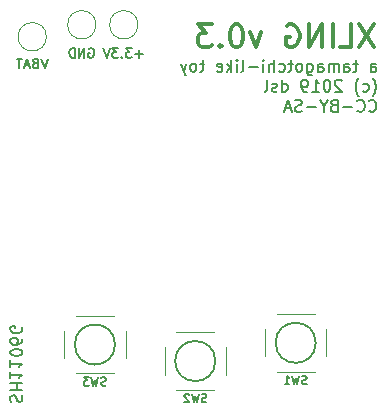
<source format=gbo>
G04 #@! TF.GenerationSoftware,KiCad,Pcbnew,5.0.2+dfsg1-1*
G04 #@! TF.CreationDate,2019-09-05T11:37:23+02:00*
G04 #@! TF.ProjectId,xling,786c696e-672e-46b6-9963-61645f706362,0.3*
G04 #@! TF.SameCoordinates,Original*
G04 #@! TF.FileFunction,Legend,Bot*
G04 #@! TF.FilePolarity,Positive*
%FSLAX46Y46*%
G04 Gerber Fmt 4.6, Leading zero omitted, Abs format (unit mm)*
G04 Created by KiCad (PCBNEW 5.0.2+dfsg1-1) date Thu 05 Sep 2019 11:37:23 CEST*
%MOMM*%
%LPD*%
G01*
G04 APERTURE LIST*
%ADD10C,0.200000*%
%ADD11C,0.350000*%
%ADD12C,0.150000*%
%ADD13C,0.120000*%
G04 APERTURE END LIST*
D10*
X57194285Y-51250904D02*
X56927619Y-52050904D01*
X56660952Y-51250904D01*
X56127619Y-51631857D02*
X56013333Y-51669952D01*
X55975238Y-51708047D01*
X55937142Y-51784238D01*
X55937142Y-51898523D01*
X55975238Y-51974714D01*
X56013333Y-52012809D01*
X56089523Y-52050904D01*
X56394285Y-52050904D01*
X56394285Y-51250904D01*
X56127619Y-51250904D01*
X56051428Y-51289000D01*
X56013333Y-51327095D01*
X55975238Y-51403285D01*
X55975238Y-51479476D01*
X56013333Y-51555666D01*
X56051428Y-51593761D01*
X56127619Y-51631857D01*
X56394285Y-51631857D01*
X55632380Y-51822333D02*
X55251428Y-51822333D01*
X55708571Y-52050904D02*
X55441904Y-51250904D01*
X55175238Y-52050904D01*
X55022857Y-51250904D02*
X54565714Y-51250904D01*
X54794285Y-52050904D02*
X54794285Y-51250904D01*
X60680523Y-50400000D02*
X60756714Y-50361904D01*
X60871000Y-50361904D01*
X60985285Y-50400000D01*
X61061476Y-50476190D01*
X61099571Y-50552380D01*
X61137666Y-50704761D01*
X61137666Y-50819047D01*
X61099571Y-50971428D01*
X61061476Y-51047619D01*
X60985285Y-51123809D01*
X60871000Y-51161904D01*
X60794809Y-51161904D01*
X60680523Y-51123809D01*
X60642428Y-51085714D01*
X60642428Y-50819047D01*
X60794809Y-50819047D01*
X60299571Y-51161904D02*
X60299571Y-50361904D01*
X59842428Y-51161904D01*
X59842428Y-50361904D01*
X59461476Y-51161904D02*
X59461476Y-50361904D01*
X59271000Y-50361904D01*
X59156714Y-50400000D01*
X59080523Y-50476190D01*
X59042428Y-50552380D01*
X59004333Y-50704761D01*
X59004333Y-50819047D01*
X59042428Y-50971428D01*
X59080523Y-51047619D01*
X59156714Y-51123809D01*
X59271000Y-51161904D01*
X59461476Y-51161904D01*
X65227000Y-50857142D02*
X64617476Y-50857142D01*
X64922238Y-51161904D02*
X64922238Y-50552380D01*
X64312714Y-50361904D02*
X63817476Y-50361904D01*
X64084142Y-50666666D01*
X63969857Y-50666666D01*
X63893666Y-50704761D01*
X63855571Y-50742857D01*
X63817476Y-50819047D01*
X63817476Y-51009523D01*
X63855571Y-51085714D01*
X63893666Y-51123809D01*
X63969857Y-51161904D01*
X64198428Y-51161904D01*
X64274619Y-51123809D01*
X64312714Y-51085714D01*
X63474619Y-51085714D02*
X63436523Y-51123809D01*
X63474619Y-51161904D01*
X63512714Y-51123809D01*
X63474619Y-51085714D01*
X63474619Y-51161904D01*
X63169857Y-50361904D02*
X62674619Y-50361904D01*
X62941285Y-50666666D01*
X62827000Y-50666666D01*
X62750809Y-50704761D01*
X62712714Y-50742857D01*
X62674619Y-50819047D01*
X62674619Y-51009523D01*
X62712714Y-51085714D01*
X62750809Y-51123809D01*
X62827000Y-51161904D01*
X63055571Y-51161904D01*
X63131761Y-51123809D01*
X63169857Y-51085714D01*
X62446047Y-50361904D02*
X62179380Y-51161904D01*
X61912714Y-50361904D01*
X54078238Y-80324523D02*
X54030619Y-80181666D01*
X54030619Y-79943571D01*
X54078238Y-79848333D01*
X54125857Y-79800714D01*
X54221095Y-79753095D01*
X54316333Y-79753095D01*
X54411571Y-79800714D01*
X54459190Y-79848333D01*
X54506809Y-79943571D01*
X54554428Y-80134047D01*
X54602047Y-80229285D01*
X54649666Y-80276904D01*
X54744904Y-80324523D01*
X54840142Y-80324523D01*
X54935380Y-80276904D01*
X54983000Y-80229285D01*
X55030619Y-80134047D01*
X55030619Y-79895952D01*
X54983000Y-79753095D01*
X54030619Y-79324523D02*
X55030619Y-79324523D01*
X54554428Y-79324523D02*
X54554428Y-78753095D01*
X54030619Y-78753095D02*
X55030619Y-78753095D01*
X54030619Y-77753095D02*
X54030619Y-78324523D01*
X54030619Y-78038809D02*
X55030619Y-78038809D01*
X54887761Y-78134047D01*
X54792523Y-78229285D01*
X54744904Y-78324523D01*
X54030619Y-76800714D02*
X54030619Y-77372142D01*
X54030619Y-77086428D02*
X55030619Y-77086428D01*
X54887761Y-77181666D01*
X54792523Y-77276904D01*
X54744904Y-77372142D01*
X55030619Y-76181666D02*
X55030619Y-76086428D01*
X54983000Y-75991190D01*
X54935380Y-75943571D01*
X54840142Y-75895952D01*
X54649666Y-75848333D01*
X54411571Y-75848333D01*
X54221095Y-75895952D01*
X54125857Y-75943571D01*
X54078238Y-75991190D01*
X54030619Y-76086428D01*
X54030619Y-76181666D01*
X54078238Y-76276904D01*
X54125857Y-76324523D01*
X54221095Y-76372142D01*
X54411571Y-76419761D01*
X54649666Y-76419761D01*
X54840142Y-76372142D01*
X54935380Y-76324523D01*
X54983000Y-76276904D01*
X55030619Y-76181666D01*
X55030619Y-74991190D02*
X55030619Y-75181666D01*
X54983000Y-75276904D01*
X54935380Y-75324523D01*
X54792523Y-75419761D01*
X54602047Y-75467380D01*
X54221095Y-75467380D01*
X54125857Y-75419761D01*
X54078238Y-75372142D01*
X54030619Y-75276904D01*
X54030619Y-75086428D01*
X54078238Y-74991190D01*
X54125857Y-74943571D01*
X54221095Y-74895952D01*
X54459190Y-74895952D01*
X54554428Y-74943571D01*
X54602047Y-74991190D01*
X54649666Y-75086428D01*
X54649666Y-75276904D01*
X54602047Y-75372142D01*
X54554428Y-75419761D01*
X54459190Y-75467380D01*
X54983000Y-73943571D02*
X55030619Y-74038809D01*
X55030619Y-74181666D01*
X54983000Y-74324523D01*
X54887761Y-74419761D01*
X54792523Y-74467380D01*
X54602047Y-74515000D01*
X54459190Y-74515000D01*
X54268714Y-74467380D01*
X54173476Y-74419761D01*
X54078238Y-74324523D01*
X54030619Y-74181666D01*
X54030619Y-74086428D01*
X54078238Y-73943571D01*
X54125857Y-73895952D01*
X54459190Y-73895952D01*
X54459190Y-74086428D01*
X84547333Y-52346380D02*
X84547333Y-51822571D01*
X84594952Y-51727333D01*
X84690190Y-51679714D01*
X84880666Y-51679714D01*
X84975904Y-51727333D01*
X84547333Y-52298761D02*
X84642571Y-52346380D01*
X84880666Y-52346380D01*
X84975904Y-52298761D01*
X85023523Y-52203523D01*
X85023523Y-52108285D01*
X84975904Y-52013047D01*
X84880666Y-51965428D01*
X84642571Y-51965428D01*
X84547333Y-51917809D01*
X83452095Y-51679714D02*
X83071142Y-51679714D01*
X83309238Y-51346380D02*
X83309238Y-52203523D01*
X83261619Y-52298761D01*
X83166380Y-52346380D01*
X83071142Y-52346380D01*
X82309238Y-52346380D02*
X82309238Y-51822571D01*
X82356857Y-51727333D01*
X82452095Y-51679714D01*
X82642571Y-51679714D01*
X82737809Y-51727333D01*
X82309238Y-52298761D02*
X82404476Y-52346380D01*
X82642571Y-52346380D01*
X82737809Y-52298761D01*
X82785428Y-52203523D01*
X82785428Y-52108285D01*
X82737809Y-52013047D01*
X82642571Y-51965428D01*
X82404476Y-51965428D01*
X82309238Y-51917809D01*
X81833047Y-52346380D02*
X81833047Y-51679714D01*
X81833047Y-51774952D02*
X81785428Y-51727333D01*
X81690190Y-51679714D01*
X81547333Y-51679714D01*
X81452095Y-51727333D01*
X81404476Y-51822571D01*
X81404476Y-52346380D01*
X81404476Y-51822571D02*
X81356857Y-51727333D01*
X81261619Y-51679714D01*
X81118761Y-51679714D01*
X81023523Y-51727333D01*
X80975904Y-51822571D01*
X80975904Y-52346380D01*
X80071142Y-52346380D02*
X80071142Y-51822571D01*
X80118761Y-51727333D01*
X80214000Y-51679714D01*
X80404476Y-51679714D01*
X80499714Y-51727333D01*
X80071142Y-52298761D02*
X80166380Y-52346380D01*
X80404476Y-52346380D01*
X80499714Y-52298761D01*
X80547333Y-52203523D01*
X80547333Y-52108285D01*
X80499714Y-52013047D01*
X80404476Y-51965428D01*
X80166380Y-51965428D01*
X80071142Y-51917809D01*
X79166380Y-51679714D02*
X79166380Y-52489238D01*
X79214000Y-52584476D01*
X79261619Y-52632095D01*
X79356857Y-52679714D01*
X79499714Y-52679714D01*
X79594952Y-52632095D01*
X79166380Y-52298761D02*
X79261619Y-52346380D01*
X79452095Y-52346380D01*
X79547333Y-52298761D01*
X79594952Y-52251142D01*
X79642571Y-52155904D01*
X79642571Y-51870190D01*
X79594952Y-51774952D01*
X79547333Y-51727333D01*
X79452095Y-51679714D01*
X79261619Y-51679714D01*
X79166380Y-51727333D01*
X78547333Y-52346380D02*
X78642571Y-52298761D01*
X78690190Y-52251142D01*
X78737809Y-52155904D01*
X78737809Y-51870190D01*
X78690190Y-51774952D01*
X78642571Y-51727333D01*
X78547333Y-51679714D01*
X78404476Y-51679714D01*
X78309238Y-51727333D01*
X78261619Y-51774952D01*
X78214000Y-51870190D01*
X78214000Y-52155904D01*
X78261619Y-52251142D01*
X78309238Y-52298761D01*
X78404476Y-52346380D01*
X78547333Y-52346380D01*
X77928285Y-51679714D02*
X77547333Y-51679714D01*
X77785428Y-51346380D02*
X77785428Y-52203523D01*
X77737809Y-52298761D01*
X77642571Y-52346380D01*
X77547333Y-52346380D01*
X76785428Y-52298761D02*
X76880666Y-52346380D01*
X77071142Y-52346380D01*
X77166380Y-52298761D01*
X77214000Y-52251142D01*
X77261619Y-52155904D01*
X77261619Y-51870190D01*
X77214000Y-51774952D01*
X77166380Y-51727333D01*
X77071142Y-51679714D01*
X76880666Y-51679714D01*
X76785428Y-51727333D01*
X76356857Y-52346380D02*
X76356857Y-51346380D01*
X75928285Y-52346380D02*
X75928285Y-51822571D01*
X75975904Y-51727333D01*
X76071142Y-51679714D01*
X76214000Y-51679714D01*
X76309238Y-51727333D01*
X76356857Y-51774952D01*
X75452095Y-52346380D02*
X75452095Y-51679714D01*
X75452095Y-51346380D02*
X75499714Y-51394000D01*
X75452095Y-51441619D01*
X75404476Y-51394000D01*
X75452095Y-51346380D01*
X75452095Y-51441619D01*
X74975904Y-51965428D02*
X74214000Y-51965428D01*
X73594952Y-52346380D02*
X73690190Y-52298761D01*
X73737809Y-52203523D01*
X73737809Y-51346380D01*
X73214000Y-52346380D02*
X73214000Y-51679714D01*
X73214000Y-51346380D02*
X73261619Y-51394000D01*
X73214000Y-51441619D01*
X73166380Y-51394000D01*
X73214000Y-51346380D01*
X73214000Y-51441619D01*
X72737809Y-52346380D02*
X72737809Y-51346380D01*
X72642571Y-51965428D02*
X72356857Y-52346380D01*
X72356857Y-51679714D02*
X72737809Y-52060666D01*
X71547333Y-52298761D02*
X71642571Y-52346380D01*
X71833047Y-52346380D01*
X71928285Y-52298761D01*
X71975904Y-52203523D01*
X71975904Y-51822571D01*
X71928285Y-51727333D01*
X71833047Y-51679714D01*
X71642571Y-51679714D01*
X71547333Y-51727333D01*
X71499714Y-51822571D01*
X71499714Y-51917809D01*
X71975904Y-52013047D01*
X70452095Y-51679714D02*
X70071142Y-51679714D01*
X70309238Y-51346380D02*
X70309238Y-52203523D01*
X70261619Y-52298761D01*
X70166380Y-52346380D01*
X70071142Y-52346380D01*
X69594952Y-52346380D02*
X69690190Y-52298761D01*
X69737809Y-52251142D01*
X69785428Y-52155904D01*
X69785428Y-51870190D01*
X69737809Y-51774952D01*
X69690190Y-51727333D01*
X69594952Y-51679714D01*
X69452095Y-51679714D01*
X69356857Y-51727333D01*
X69309238Y-51774952D01*
X69261619Y-51870190D01*
X69261619Y-52155904D01*
X69309238Y-52251142D01*
X69356857Y-52298761D01*
X69452095Y-52346380D01*
X69594952Y-52346380D01*
X68928285Y-51679714D02*
X68690190Y-52346380D01*
X68452095Y-51679714D02*
X68690190Y-52346380D01*
X68785428Y-52584476D01*
X68833047Y-52632095D01*
X68928285Y-52679714D01*
X84690190Y-54427333D02*
X84737809Y-54379714D01*
X84833047Y-54236857D01*
X84880666Y-54141619D01*
X84928285Y-53998761D01*
X84975904Y-53760666D01*
X84975904Y-53570190D01*
X84928285Y-53332095D01*
X84880666Y-53189238D01*
X84833047Y-53094000D01*
X84737809Y-52951142D01*
X84690190Y-52903523D01*
X83880666Y-53998761D02*
X83975904Y-54046380D01*
X84166380Y-54046380D01*
X84261619Y-53998761D01*
X84309238Y-53951142D01*
X84356857Y-53855904D01*
X84356857Y-53570190D01*
X84309238Y-53474952D01*
X84261619Y-53427333D01*
X84166380Y-53379714D01*
X83975904Y-53379714D01*
X83880666Y-53427333D01*
X83547333Y-54427333D02*
X83499714Y-54379714D01*
X83404476Y-54236857D01*
X83356857Y-54141619D01*
X83309238Y-53998761D01*
X83261619Y-53760666D01*
X83261619Y-53570190D01*
X83309238Y-53332095D01*
X83356857Y-53189238D01*
X83404476Y-53094000D01*
X83499714Y-52951142D01*
X83547333Y-52903523D01*
X82071142Y-53141619D02*
X82023523Y-53094000D01*
X81928285Y-53046380D01*
X81690190Y-53046380D01*
X81594952Y-53094000D01*
X81547333Y-53141619D01*
X81499714Y-53236857D01*
X81499714Y-53332095D01*
X81547333Y-53474952D01*
X82118761Y-54046380D01*
X81499714Y-54046380D01*
X80880666Y-53046380D02*
X80785428Y-53046380D01*
X80690190Y-53094000D01*
X80642571Y-53141619D01*
X80594952Y-53236857D01*
X80547333Y-53427333D01*
X80547333Y-53665428D01*
X80594952Y-53855904D01*
X80642571Y-53951142D01*
X80690190Y-53998761D01*
X80785428Y-54046380D01*
X80880666Y-54046380D01*
X80975904Y-53998761D01*
X81023523Y-53951142D01*
X81071142Y-53855904D01*
X81118761Y-53665428D01*
X81118761Y-53427333D01*
X81071142Y-53236857D01*
X81023523Y-53141619D01*
X80975904Y-53094000D01*
X80880666Y-53046380D01*
X79594952Y-54046380D02*
X80166380Y-54046380D01*
X79880666Y-54046380D02*
X79880666Y-53046380D01*
X79975904Y-53189238D01*
X80071142Y-53284476D01*
X80166380Y-53332095D01*
X79118761Y-54046380D02*
X78928285Y-54046380D01*
X78833047Y-53998761D01*
X78785428Y-53951142D01*
X78690190Y-53808285D01*
X78642571Y-53617809D01*
X78642571Y-53236857D01*
X78690190Y-53141619D01*
X78737809Y-53094000D01*
X78833047Y-53046380D01*
X79023523Y-53046380D01*
X79118761Y-53094000D01*
X79166380Y-53141619D01*
X79214000Y-53236857D01*
X79214000Y-53474952D01*
X79166380Y-53570190D01*
X79118761Y-53617809D01*
X79023523Y-53665428D01*
X78833047Y-53665428D01*
X78737809Y-53617809D01*
X78690190Y-53570190D01*
X78642571Y-53474952D01*
X77023523Y-54046380D02*
X77023523Y-53046380D01*
X77023523Y-53998761D02*
X77118761Y-54046380D01*
X77309238Y-54046380D01*
X77404476Y-53998761D01*
X77452095Y-53951142D01*
X77499714Y-53855904D01*
X77499714Y-53570190D01*
X77452095Y-53474952D01*
X77404476Y-53427333D01*
X77309238Y-53379714D01*
X77118761Y-53379714D01*
X77023523Y-53427333D01*
X76594952Y-53998761D02*
X76499714Y-54046380D01*
X76309238Y-54046380D01*
X76214000Y-53998761D01*
X76166380Y-53903523D01*
X76166380Y-53855904D01*
X76214000Y-53760666D01*
X76309238Y-53713047D01*
X76452095Y-53713047D01*
X76547333Y-53665428D01*
X76594952Y-53570190D01*
X76594952Y-53522571D01*
X76547333Y-53427333D01*
X76452095Y-53379714D01*
X76309238Y-53379714D01*
X76214000Y-53427333D01*
X75594952Y-54046380D02*
X75690190Y-53998761D01*
X75737809Y-53903523D01*
X75737809Y-53046380D01*
X84404476Y-55651142D02*
X84452095Y-55698761D01*
X84594952Y-55746380D01*
X84690190Y-55746380D01*
X84833047Y-55698761D01*
X84928285Y-55603523D01*
X84975904Y-55508285D01*
X85023523Y-55317809D01*
X85023523Y-55174952D01*
X84975904Y-54984476D01*
X84928285Y-54889238D01*
X84833047Y-54794000D01*
X84690190Y-54746380D01*
X84594952Y-54746380D01*
X84452095Y-54794000D01*
X84404476Y-54841619D01*
X83404476Y-55651142D02*
X83452095Y-55698761D01*
X83594952Y-55746380D01*
X83690190Y-55746380D01*
X83833047Y-55698761D01*
X83928285Y-55603523D01*
X83975904Y-55508285D01*
X84023523Y-55317809D01*
X84023523Y-55174952D01*
X83975904Y-54984476D01*
X83928285Y-54889238D01*
X83833047Y-54794000D01*
X83690190Y-54746380D01*
X83594952Y-54746380D01*
X83452095Y-54794000D01*
X83404476Y-54841619D01*
X82975904Y-55365428D02*
X82214000Y-55365428D01*
X81404476Y-55222571D02*
X81261619Y-55270190D01*
X81214000Y-55317809D01*
X81166380Y-55413047D01*
X81166380Y-55555904D01*
X81214000Y-55651142D01*
X81261619Y-55698761D01*
X81356857Y-55746380D01*
X81737809Y-55746380D01*
X81737809Y-54746380D01*
X81404476Y-54746380D01*
X81309238Y-54794000D01*
X81261619Y-54841619D01*
X81214000Y-54936857D01*
X81214000Y-55032095D01*
X81261619Y-55127333D01*
X81309238Y-55174952D01*
X81404476Y-55222571D01*
X81737809Y-55222571D01*
X80547333Y-55270190D02*
X80547333Y-55746380D01*
X80880666Y-54746380D02*
X80547333Y-55270190D01*
X80214000Y-54746380D01*
X79880666Y-55365428D02*
X79118761Y-55365428D01*
X78690190Y-55698761D02*
X78547333Y-55746380D01*
X78309238Y-55746380D01*
X78214000Y-55698761D01*
X78166380Y-55651142D01*
X78118761Y-55555904D01*
X78118761Y-55460666D01*
X78166380Y-55365428D01*
X78214000Y-55317809D01*
X78309238Y-55270190D01*
X78499714Y-55222571D01*
X78594952Y-55174952D01*
X78642571Y-55127333D01*
X78690190Y-55032095D01*
X78690190Y-54936857D01*
X78642571Y-54841619D01*
X78594952Y-54794000D01*
X78499714Y-54746380D01*
X78261619Y-54746380D01*
X78118761Y-54794000D01*
X77737809Y-55460666D02*
X77261619Y-55460666D01*
X77833047Y-55746380D02*
X77499714Y-54746380D01*
X77166380Y-55746380D01*
D11*
X84845071Y-48362523D02*
X83578404Y-50262523D01*
X83578404Y-48362523D02*
X84845071Y-50262523D01*
X81949833Y-50262523D02*
X82854595Y-50262523D01*
X82854595Y-48362523D01*
X81316500Y-50262523D02*
X81316500Y-48362523D01*
X80411738Y-50262523D02*
X80411738Y-48362523D01*
X79326023Y-50262523D01*
X79326023Y-48362523D01*
X77426023Y-48453000D02*
X77606976Y-48362523D01*
X77878404Y-48362523D01*
X78149833Y-48453000D01*
X78330785Y-48633952D01*
X78421261Y-48814904D01*
X78511738Y-49176809D01*
X78511738Y-49448238D01*
X78421261Y-49810142D01*
X78330785Y-49991095D01*
X78149833Y-50172047D01*
X77878404Y-50262523D01*
X77697452Y-50262523D01*
X77426023Y-50172047D01*
X77335547Y-50081571D01*
X77335547Y-49448238D01*
X77697452Y-49448238D01*
X75254595Y-48995857D02*
X74802214Y-50262523D01*
X74349833Y-48995857D01*
X73264119Y-48362523D02*
X73083166Y-48362523D01*
X72902214Y-48453000D01*
X72811738Y-48543476D01*
X72721261Y-48724428D01*
X72630785Y-49086333D01*
X72630785Y-49538714D01*
X72721261Y-49900619D01*
X72811738Y-50081571D01*
X72902214Y-50172047D01*
X73083166Y-50262523D01*
X73264119Y-50262523D01*
X73445071Y-50172047D01*
X73535547Y-50081571D01*
X73626023Y-49900619D01*
X73716500Y-49538714D01*
X73716500Y-49086333D01*
X73626023Y-48724428D01*
X73535547Y-48543476D01*
X73445071Y-48453000D01*
X73264119Y-48362523D01*
X71816500Y-50081571D02*
X71726023Y-50172047D01*
X71816500Y-50262523D01*
X71906976Y-50172047D01*
X71816500Y-50081571D01*
X71816500Y-50262523D01*
X71092690Y-48362523D02*
X69916500Y-48362523D01*
X70549833Y-49086333D01*
X70278404Y-49086333D01*
X70097452Y-49176809D01*
X70006976Y-49267285D01*
X69916500Y-49448238D01*
X69916500Y-49900619D01*
X70006976Y-50081571D01*
X70097452Y-50172047D01*
X70278404Y-50262523D01*
X70821261Y-50262523D01*
X71002214Y-50172047D01*
X71092690Y-50081571D01*
D12*
G04 #@! TO.C,SW1*
X79882000Y-75310000D02*
G75*
G03X79882000Y-75310000I-1700000J0D01*
G01*
D13*
X76582000Y-72860000D02*
X79782000Y-72860000D01*
X76582000Y-77760000D02*
X79782000Y-77760000D01*
X80782000Y-76460000D02*
X80782000Y-74160000D01*
X75582000Y-76460000D02*
X75582000Y-74160000D01*
D12*
G04 #@! TO.C,SW2*
X71382000Y-76860000D02*
G75*
G03X71382000Y-76860000I-1700000J0D01*
G01*
D13*
X68082000Y-74410000D02*
X71282000Y-74410000D01*
X68082000Y-79310000D02*
X71282000Y-79310000D01*
X72282000Y-78010000D02*
X72282000Y-75710000D01*
X67082000Y-78010000D02*
X67082000Y-75710000D01*
D12*
G04 #@! TO.C,SW3*
X62882000Y-75460000D02*
G75*
G03X62882000Y-75460000I-1700000J0D01*
G01*
D13*
X59582000Y-73010000D02*
X62782000Y-73010000D01*
X59582000Y-77910000D02*
X62782000Y-77910000D01*
X63782000Y-76610000D02*
X63782000Y-74310000D01*
X58582000Y-76610000D02*
X58582000Y-74310000D01*
G04 #@! TO.C,TP1*
X64827000Y-48387000D02*
G75*
G03X64827000Y-48387000I-1200000J0D01*
G01*
G04 #@! TO.C,TP2*
X57080000Y-49403000D02*
G75*
G03X57080000Y-49403000I-1200000J0D01*
G01*
G04 #@! TO.C,TP5*
X61271000Y-48387000D02*
G75*
G03X61271000Y-48387000I-1200000J0D01*
G01*
G04 #@! TO.C,SW1*
D12*
X79115333Y-78769333D02*
X79015333Y-78802666D01*
X78848666Y-78802666D01*
X78782000Y-78769333D01*
X78748666Y-78736000D01*
X78715333Y-78669333D01*
X78715333Y-78602666D01*
X78748666Y-78536000D01*
X78782000Y-78502666D01*
X78848666Y-78469333D01*
X78982000Y-78436000D01*
X79048666Y-78402666D01*
X79082000Y-78369333D01*
X79115333Y-78302666D01*
X79115333Y-78236000D01*
X79082000Y-78169333D01*
X79048666Y-78136000D01*
X78982000Y-78102666D01*
X78815333Y-78102666D01*
X78715333Y-78136000D01*
X78482000Y-78102666D02*
X78315333Y-78802666D01*
X78182000Y-78302666D01*
X78048666Y-78802666D01*
X77882000Y-78102666D01*
X77248666Y-78802666D02*
X77648666Y-78802666D01*
X77448666Y-78802666D02*
X77448666Y-78102666D01*
X77515333Y-78202666D01*
X77582000Y-78269333D01*
X77648666Y-78302666D01*
G04 #@! TO.C,SW2*
X70615333Y-80293333D02*
X70515333Y-80326666D01*
X70348666Y-80326666D01*
X70282000Y-80293333D01*
X70248666Y-80260000D01*
X70215333Y-80193333D01*
X70215333Y-80126666D01*
X70248666Y-80060000D01*
X70282000Y-80026666D01*
X70348666Y-79993333D01*
X70482000Y-79960000D01*
X70548666Y-79926666D01*
X70582000Y-79893333D01*
X70615333Y-79826666D01*
X70615333Y-79760000D01*
X70582000Y-79693333D01*
X70548666Y-79660000D01*
X70482000Y-79626666D01*
X70315333Y-79626666D01*
X70215333Y-79660000D01*
X69982000Y-79626666D02*
X69815333Y-80326666D01*
X69682000Y-79826666D01*
X69548666Y-80326666D01*
X69382000Y-79626666D01*
X69148666Y-79693333D02*
X69115333Y-79660000D01*
X69048666Y-79626666D01*
X68882000Y-79626666D01*
X68815333Y-79660000D01*
X68782000Y-79693333D01*
X68748666Y-79760000D01*
X68748666Y-79826666D01*
X68782000Y-79926666D01*
X69182000Y-80326666D01*
X68748666Y-80326666D01*
G04 #@! TO.C,SW3*
X62115333Y-78896333D02*
X62015333Y-78929666D01*
X61848666Y-78929666D01*
X61782000Y-78896333D01*
X61748666Y-78863000D01*
X61715333Y-78796333D01*
X61715333Y-78729666D01*
X61748666Y-78663000D01*
X61782000Y-78629666D01*
X61848666Y-78596333D01*
X61982000Y-78563000D01*
X62048666Y-78529666D01*
X62082000Y-78496333D01*
X62115333Y-78429666D01*
X62115333Y-78363000D01*
X62082000Y-78296333D01*
X62048666Y-78263000D01*
X61982000Y-78229666D01*
X61815333Y-78229666D01*
X61715333Y-78263000D01*
X61482000Y-78229666D02*
X61315333Y-78929666D01*
X61182000Y-78429666D01*
X61048666Y-78929666D01*
X60882000Y-78229666D01*
X60682000Y-78229666D02*
X60248666Y-78229666D01*
X60482000Y-78496333D01*
X60382000Y-78496333D01*
X60315333Y-78529666D01*
X60282000Y-78563000D01*
X60248666Y-78629666D01*
X60248666Y-78796333D01*
X60282000Y-78863000D01*
X60315333Y-78896333D01*
X60382000Y-78929666D01*
X60582000Y-78929666D01*
X60648666Y-78896333D01*
X60682000Y-78863000D01*
G04 #@! TD*
M02*

</source>
